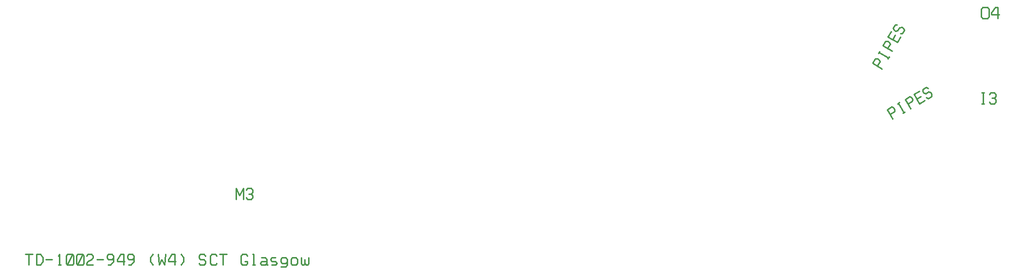
<source format=gbr>
*
G4_C Author: OrCAD GerbTool(tm) 8.1.1 Wed Jun 18 22:44:34 2003*
%LPD*%
%LNsilkscreen*%
%FSLAX34Y34*%
%MOIN*%
%AD*%
%AMD25R98*
20,1,0.025000,0.000000,-0.035000,0.000000,0.035000,98.600000*
%
%AMD10R98*
20,1,0.050000,-0.025000,0.000000,0.025000,0.000000,98.600000*
%
%AMD25R98N2*
20,1,0.025000,0.000000,-0.035000,0.000000,0.035000,98.600000*
%
%AMD10R98N2*
20,1,0.050000,-0.025000,0.000000,0.025000,0.000000,98.600000*
%
%AMD25R86*
20,1,0.025000,0.000000,-0.035000,0.000000,0.035000,86.080000*
%
%AMD10R86*
20,1,0.050000,-0.025000,0.000000,0.025000,0.000000,86.080000*
%
%AMD16R5*
20,1,0.025000,-0.035000,0.000000,0.035000,0.000000,5.450000*
%
%AMD10R5*
20,1,0.050000,-0.025000,0.000000,0.025000,0.000000,5.450000*
%
%AMD16R5N2*
20,1,0.025000,-0.035000,0.000000,0.035000,0.000000,5.450000*
%
%AMD10R5N2*
20,1,0.050000,-0.025000,0.000000,0.025000,0.000000,5.450000*
%
%AMD32R3*
20,1,0.025000,0.034920,-0.002390,-0.034920,0.002390,3.950000*
%
%AMD33R3*
20,1,0.050000,-0.001710,-0.024940,0.001710,0.024940,3.950000*
%
%AMD32R3N2*
20,1,0.025000,0.034920,-0.002390,-0.034920,0.002390,3.910000*
%
%AMD33R3N2*
20,1,0.050000,-0.001710,-0.024940,0.001710,0.024940,3.910000*
%
%AMD32R3N3*
20,1,0.025000,0.034920,-0.002390,-0.034920,0.002390,3.920000*
%
%AMD33R3N3*
20,1,0.050000,-0.001710,-0.024940,0.001710,0.024940,3.920000*
%
%AMD29R105*
20,1,0.022000,0.000000,-0.040000,0.000000,0.040000,105.000000*
%
%AMD54R105*
20,1,0.050000,-0.025000,0.000000,0.025000,0.000000,105.000000*
%
%AMD56R355*
20,1,0.022000,0.038640,0.010350,-0.038640,-0.010350,355.000000*
%
%AMD57R355*
20,1,0.050000,0.006470,-0.024150,-0.006470,0.024150,355.000000*
%
%AMD58R355*
20,1,0.022000,0.039400,0.006940,-0.039400,-0.006940,355.000000*
%
%AMD59R355*
20,1,0.050000,0.004340,-0.024620,-0.004340,0.024620,355.000000*
%
%AMD257R359*
20,1,0.022000,-0.040000,0.000000,0.040000,0.000000,359.000000*
%
%AMD54R359*
20,1,0.050000,-0.025000,0.000000,0.025000,0.000000,359.000000*
%
%AMD257R359N2*
20,1,0.022000,-0.040000,0.000000,0.040000,0.000000,359.000000*
%
%AMD54R359N2*
20,1,0.050000,-0.025000,0.000000,0.025000,0.000000,359.000000*
%
%ADD10R,0.050000X0.050000*%
%ADD11C,0.006000*%
%ADD12C,0.019000*%
%ADD13C,0.007900*%
%ADD14C,0.005000*%
%ADD15C,0.000800*%
%ADD16R,0.070000X0.025000*%
%ADD17R,0.068000X0.023000*%
%ADD18C,0.006000*%
%ADD19C,0.009800*%
%ADD20C,0.010000*%
%ADD21C,0.030000*%
%ADD22C,0.060000*%
%ADD23C,0.035000*%
%ADD24C,0.055000*%
%ADD25R,0.025000X0.070000*%
%ADD26C,0.010000*%
%ADD27R,0.029000X0.058000*%
%ADD28R,0.031000X0.060000*%
%ADD29R,0.022000X0.080000*%
%ADD30R,0.024000X0.082000*%
%ADD31D10R98N2*%
%ADD32D25R86*%
%ADD33D10R86*%
%ADD34D16R5*%
%ADD35D10R5*%
%ADD36D16R5N2*%
%ADD37D10R5N2*%
%ADD38D25R98N2*%
%ADD39D10R98N2*%
%ADD40D25R86*%
%ADD41D10R86*%
%ADD42D16R5*%
%ADD43D10R5*%
%ADD44D16R5N2*%
%ADD45D10R5N2*%
%ADD46D32R3*%
%ADD47D33R3*%
%ADD48R,0.070000X0.025000*%
%ADD49D33R3N2*%
%ADD50C,0.011000*%
%ADD51C,0.036000*%
%ADD52C,0.015000*%
%ADD53R,0.070000X0.025000*%
%ADD54R,0.050000X0.050000*%
%ADD55C,0.010000*%
%ADD56D29R105*%
%ADD57D54R105*%
%ADD58D56R355*%
%ADD59D57R355*%
%ADD60D58R355*%
%ADD61D59R355*%
%ADD62D257R359*%
%ADD63D54R359*%
%ADD64D257R359N2*%
%ADD65D54R359N2*%
%ADD256R,0.058000X0.029000*%
%ADD257R,0.080000X0.022000*%
G4_C OrCAD GerbTool Tool List *
G4_D50 1 0.0110 T 0 0*
G4_D51 3 0.0360 T 0 0*
G4_D52 2 0.0150 T 0 0*
G54D20*
G1X16391Y4859D2*
G1X16391Y4109D1*
G1X16129Y4859D2*
G1X16654Y4859D1*
G1X17179Y4859D2*
G1X17354Y4609D1*
G1X17354Y4359D1*
G1X17179Y4109D1*
G1X16916Y4859D2*
G1X16916Y4109D1*
G1X16916Y4859D2*
G1X17179Y4859D1*
G1X17179Y4109D2*
G1X16916Y4109D1*
G1X17529Y4484D2*
G1X17966Y4484D1*
G1X18491Y4859D2*
G1X18491Y4109D1*
G1X18404Y4109D2*
G1X18579Y4109D1*
G1X18491Y4859D2*
G1X18404Y4734D1*
G1X19016Y4859D2*
G1X19366Y4859D1*
G1X19454Y4734D1*
G1X19454Y4234D1*
G1X19366Y4109D1*
G1X19016Y4109D1*
G1X18929Y4234D1*
G1X18929Y4734D1*
G1X19016Y4859D1*
G1X19366Y4859D2*
G1X19016Y4109D1*
G1X19716Y4859D2*
G1X20066Y4859D1*
G1X20154Y4734D1*
G1X20154Y4234D1*
G1X20066Y4109D1*
G1X19716Y4109D1*
G1X19629Y4234D1*
G1X19629Y4734D1*
G1X19716Y4859D1*
G1X20066Y4859D2*
G1X19716Y4109D1*
G1X20329Y4734D2*
G1X20416Y4859D1*
G1X20679Y4859D1*
G1X20766Y4734D1*
G1X20766Y4609D1*
G1X20679Y4484D1*
G1X20416Y4359D1*
G1X20329Y4234D1*
G1X20329Y4109D1*
G1X20766Y4109D1*
G1X21029Y4484D2*
G1X21466Y4484D1*
G1X22079Y4484D2*
G1X21816Y4484D1*
G1X21729Y4609D1*
G1X21729Y4734D1*
G1X21816Y4859D1*
G1X22079Y4859D1*
G1X22166Y4734D1*
G1X22166Y4359D1*
G1X21991Y4109D1*
G1X21816Y4109D1*
G1X22079Y4484D2*
G1X22166Y4609D1*
G1X22691Y4859D2*
G1X22866Y4859D1*
G1X22866Y4109D1*
G1X22691Y4859D2*
G1X22429Y4484D1*
G1X22429Y4359D1*
G1X22954Y4359D1*
G1X23479Y4484D2*
G1X23216Y4484D1*
G1X23129Y4609D1*
G1X23129Y4734D1*
G1X23216Y4859D1*
G1X23479Y4859D1*
G1X23566Y4734D1*
G1X23566Y4359D1*
G1X23391Y4109D1*
G1X23216Y4109D1*
G1X23479Y4484D2*
G1X23566Y4609D1*
G1X24879Y4859D2*
G1X24704Y4609D1*
G1X24704Y4359D1*
G1X24879Y4109D1*
G1X25229Y4859D2*
G1X25316Y4109D1*
G1X25491Y4484D1*
G1X25666Y4109D1*
G1X25754Y4859D1*
G1X26191Y4859D2*
G1X26366Y4859D1*
G1X26366Y4109D1*
G1X26191Y4859D2*
G1X25929Y4484D1*
G1X25929Y4359D1*
G1X26454Y4359D1*
G1X26804Y4859D2*
G1X26979Y4609D1*
G1X26979Y4359D1*
G1X26804Y4109D1*
G1X28466Y4734D2*
G1X28379Y4859D1*
G1X28116Y4859D1*
G1X28029Y4734D1*
G1X28029Y4609D1*
G1X28466Y4359D2*
G1X28466Y4234D1*
G1X28379Y4109D1*
G1X28116Y4109D1*
G1X28029Y4234D1*
G1X28029Y4609D2*
G1X28116Y4484D1*
G1X28379Y4484D1*
G1X28466Y4359D1*
G1X29254Y4734D2*
G1X29166Y4859D1*
G1X28904Y4859D1*
G1X28904Y4109D2*
G1X29166Y4109D1*
G1X29254Y4234D1*
G1X28816Y4734D2*
G1X28816Y4234D1*
G1X28904Y4859D2*
G1X28816Y4734D1*
G1X28816Y4234D2*
G1X28904Y4109D1*
G1X29691Y4859D2*
G1X29691Y4109D1*
G1X29429Y4859D2*
G1X29954Y4859D1*
G1X31354Y4734D2*
G1X31266Y4859D1*
G1X31004Y4859D1*
G1X31354Y4359D2*
G1X31179Y4359D1*
G1X31004Y4859D2*
G1X30916Y4734D1*
G1X30916Y4234D1*
G1X31004Y4109D1*
G1X31354Y4359D2*
G1X31354Y4234D1*
G1X31266Y4109D1*
G1X31004Y4109D1*
G1X31791Y4859D2*
G1X31791Y4109D1*
G1X31791Y4859D2*
G1X31704Y4859D1*
G1X31704Y4109D2*
G1X31879Y4109D1*
G1X32316Y4609D2*
G1X32579Y4609D1*
G1X32666Y4484D1*
G1X32666Y4109D1*
G1X32754Y4109D1*
G1X32316Y4359D2*
G1X32229Y4234D1*
G1X32316Y4109D1*
G1X32316Y4359D2*
G1X32666Y4359D1*
G1X32666Y4234D2*
G1X32579Y4109D1*
G1X32316Y4109D1*
G1X33016Y4609D2*
G1X32929Y4484D1*
G1X33016Y4359D1*
G1X33279Y4359D1*
G1X33366Y4234D1*
G1X33279Y4109D1*
G1X33016Y4609D2*
G1X33279Y4609D1*
G1X33016Y4109D2*
G1X33279Y4109D1*
G1X33716Y4609D2*
G1X33629Y4484D1*
G1X33629Y4359D1*
G1X33716Y4234D1*
G1X33979Y3984D2*
G1X33629Y3984D1*
G1X34066Y4109D2*
G1X33979Y3984D1*
G1X33716Y4234D2*
G1X33979Y4234D1*
G1X34066Y4359D1*
G1X33716Y4609D2*
G1X33979Y4609D1*
G1X34066Y4484D1*
G1X34066Y4109D1*
G1X34416Y4609D2*
G1X34679Y4609D1*
G1X34766Y4484D1*
G1X34766Y4234D1*
G1X34679Y4109D1*
G1X34416Y4109D1*
G1X34329Y4234D1*
G1X34329Y4484D1*
G1X34416Y4609D1*
G1X35029Y4609D2*
G1X35029Y4234D1*
G1X35116Y4109D1*
G1X35204Y4109D1*
G1X35291Y4234D1*
G1X35291Y4484D1*
G1X35291Y4234D2*
G1X35379Y4109D1*
G1X35466Y4109D1*
G1X35554Y4234D1*
G1X35554Y4609D1*
G1X81733Y15945D2*
G1X81733Y15195D1*
G1X81645Y15945D2*
G1X81820Y15945D1*
G1X81820Y15195D2*
G1X81645Y15195D1*
G1X82170Y15820D2*
G1X82258Y15945D1*
G1X82520Y15945D1*
G1X82608Y15820D1*
G1X82608Y15695D1*
G1X82520Y15570D1*
G1X82345Y15570D1*
G1X82520Y15570D2*
G1X82608Y15445D1*
G1X82608Y15320D1*
G1X82520Y15195D1*
G1X82258Y15195D1*
G1X82170Y15320D1*
G1X31087Y8620D2*
G1X31087Y9370D1*
G1X30562Y9370D2*
G1X30562Y8620D1*
G1X30562Y9370D2*
G1X30824Y8870D1*
G1X31087Y9370D1*
G1X31262Y9245D2*
G1X31349Y9370D1*
G1X31612Y9370D1*
G1X31699Y9245D1*
G1X31699Y9120D1*
G1X31612Y8995D1*
G1X31437Y8995D1*
G1X31612Y8995D2*
G1X31699Y8870D1*
G1X31699Y8745D1*
G1X31612Y8620D1*
G1X31349Y8620D1*
G1X31262Y8745D1*
G1X81695Y21816D2*
G1X81608Y21691D1*
G1X81608Y21191D1*
G1X81695Y21066D1*
G1X82045Y21066D1*
G1X82133Y21191D1*
G1X82133Y21691D1*
G1X82045Y21816D1*
G1X81695Y21816D1*
G1X82570Y21816D2*
G1X82745Y21816D1*
G1X82745Y21066D1*
G1X82570Y21816D2*
G1X82308Y21441D1*
G1X82308Y21316D1*
G1X82833Y21316D1*
G1X74341Y18272D2*
G1X74493Y18285D1*
G1X74601Y18223D1*
G1X74666Y18084D1*
G1X74166Y17969D2*
G1X74815Y17594D1*
G1X74341Y18272D2*
G1X74166Y17969D1*
G1X74666Y18084D2*
G1X74491Y17781D1*
G1X74603Y18726D2*
G1X75253Y18351D1*
G1X74560Y18651D2*
G1X74647Y18802D1*
G1X75297Y18427D2*
G1X75209Y18276D1*
G1X75041Y19484D2*
G1X75193Y19498D1*
G1X75301Y19435D1*
G1X75366Y19297D1*
G1X74866Y19181D2*
G1X75515Y18806D1*
G1X75041Y19484D2*
G1X74866Y19181D1*
G1X75366Y19297D2*
G1X75191Y18994D1*
G1X75216Y19787D2*
G1X75865Y19412D1*
G1X75216Y19787D2*
G1X75435Y20166D1*
G1X75865Y19412D2*
G1X76084Y19791D1*
G1X75541Y19600D2*
G1X75716Y19903D1*
G1X75849Y20634D2*
G1X75697Y20621D1*
G1X75566Y20394D1*
G1X75630Y20255D1*
G1X75739Y20193D1*
G1X76174Y20447D2*
G1X76282Y20384D1*
G1X76347Y20246D1*
G1X76215Y20019D1*
G1X76063Y20005D1*
G1X75739Y20193D2*
G1X75891Y20206D1*
G1X76022Y20433D1*
G1X76174Y20447D1*
G1X75484Y14972D2*
G1X75622Y14907D1*
G1X75685Y14799D1*
G1X75672Y14647D1*
G1X75181Y14797D2*
G1X75556Y14147D1*
G1X75484Y14972D2*
G1X75181Y14797D1*
G1X75672Y14647D2*
G1X75368Y14472D1*
G1X75939Y15234D2*
G1X76314Y14585D1*
G1X75863Y15190D2*
G1X76014Y15278D1*
G1X76389Y14628D2*
G1X76238Y14541D1*
G1X76696Y15672D2*
G1X76835Y15607D1*
G1X76897Y15499D1*
G1X76884Y15347D1*
G1X76393Y15497D2*
G1X76768Y14847D1*
G1X76696Y15672D2*
G1X76393Y15497D1*
G1X76884Y15347D2*
G1X76581Y15172D1*
G1X77000Y15847D2*
G1X77375Y15197D1*
G1X77000Y15847D2*
G1X77378Y16065D1*
G1X77375Y15197D2*
G1X77753Y15416D1*
G1X77187Y15522D2*
G1X77490Y15697D1*
G1X77971Y16263D2*
G1X77833Y16328D1*
G1X77606Y16197D1*
G1X77593Y16045D1*
G1X77655Y15936D1*
G1X78159Y15939D2*
G1X78221Y15830D1*
G1X78208Y15678D1*
G1X77981Y15547D1*
G1X77843Y15612D1*
G1X77655Y15936D2*
G1X77793Y15872D1*
G1X78021Y16003D1*
G1X78159Y15939D1*
M2*

</source>
